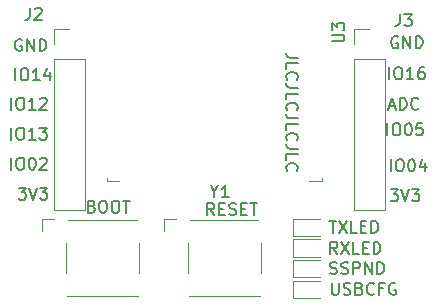
<source format=gbr>
%TF.GenerationSoftware,KiCad,Pcbnew,6.0.0*%
%TF.CreationDate,2022-01-15T12:52:59+01:00*%
%TF.ProjectId,ir_daughter_board,69725f64-6175-4676-9874-65725f626f61,rev?*%
%TF.SameCoordinates,Original*%
%TF.FileFunction,Legend,Top*%
%TF.FilePolarity,Positive*%
%FSLAX46Y46*%
G04 Gerber Fmt 4.6, Leading zero omitted, Abs format (unit mm)*
G04 Created by KiCad (PCBNEW 6.0.0) date 2022-01-15 12:52:59*
%MOMM*%
%LPD*%
G01*
G04 APERTURE LIST*
%ADD10C,0.150000*%
%ADD11C,0.100000*%
%ADD12C,0.120000*%
G04 APERTURE END LIST*
D10*
X126047619Y-92130952D02*
X125333333Y-92130952D01*
X125190476Y-92083333D01*
X125095238Y-91988095D01*
X125047619Y-91845238D01*
X125047619Y-91750000D01*
X125047619Y-93083333D02*
X125047619Y-92607142D01*
X126047619Y-92607142D01*
X125142857Y-93988095D02*
X125095238Y-93940476D01*
X125047619Y-93797619D01*
X125047619Y-93702380D01*
X125095238Y-93559523D01*
X125190476Y-93464285D01*
X125285714Y-93416666D01*
X125476190Y-93369047D01*
X125619047Y-93369047D01*
X125809523Y-93416666D01*
X125904761Y-93464285D01*
X126000000Y-93559523D01*
X126047619Y-93702380D01*
X126047619Y-93797619D01*
X126000000Y-93940476D01*
X125952380Y-93988095D01*
X126047619Y-94702380D02*
X125333333Y-94702380D01*
X125190476Y-94654761D01*
X125095238Y-94559523D01*
X125047619Y-94416666D01*
X125047619Y-94321428D01*
X125047619Y-95654761D02*
X125047619Y-95178571D01*
X126047619Y-95178571D01*
X125142857Y-96559523D02*
X125095238Y-96511904D01*
X125047619Y-96369047D01*
X125047619Y-96273809D01*
X125095238Y-96130952D01*
X125190476Y-96035714D01*
X125285714Y-95988095D01*
X125476190Y-95940476D01*
X125619047Y-95940476D01*
X125809523Y-95988095D01*
X125904761Y-96035714D01*
X126000000Y-96130952D01*
X126047619Y-96273809D01*
X126047619Y-96369047D01*
X126000000Y-96511904D01*
X125952380Y-96559523D01*
X126047619Y-97273809D02*
X125333333Y-97273809D01*
X125190476Y-97226190D01*
X125095238Y-97130952D01*
X125047619Y-96988095D01*
X125047619Y-96892857D01*
X125047619Y-98226190D02*
X125047619Y-97750000D01*
X126047619Y-97750000D01*
X125142857Y-99130952D02*
X125095238Y-99083333D01*
X125047619Y-98940476D01*
X125047619Y-98845238D01*
X125095238Y-98702380D01*
X125190476Y-98607142D01*
X125285714Y-98559523D01*
X125476190Y-98511904D01*
X125619047Y-98511904D01*
X125809523Y-98559523D01*
X125904761Y-98607142D01*
X126000000Y-98702380D01*
X126047619Y-98845238D01*
X126047619Y-98940476D01*
X126000000Y-99083333D01*
X125952380Y-99130952D01*
X126047619Y-99845238D02*
X125333333Y-99845238D01*
X125190476Y-99797619D01*
X125095238Y-99702380D01*
X125047619Y-99559523D01*
X125047619Y-99464285D01*
X125047619Y-100797619D02*
X125047619Y-100321428D01*
X126047619Y-100321428D01*
X125142857Y-101702380D02*
X125095238Y-101654761D01*
X125047619Y-101511904D01*
X125047619Y-101416666D01*
X125095238Y-101273809D01*
X125190476Y-101178571D01*
X125285714Y-101130952D01*
X125476190Y-101083333D01*
X125619047Y-101083333D01*
X125809523Y-101130952D01*
X125904761Y-101178571D01*
X126000000Y-101273809D01*
X126047619Y-101416666D01*
X126047619Y-101511904D01*
X126000000Y-101654761D01*
X125952380Y-101702380D01*
%TO.C,U3*%
X128952380Y-90761904D02*
X129761904Y-90761904D01*
X129857142Y-90714285D01*
X129904761Y-90666666D01*
X129952380Y-90571428D01*
X129952380Y-90380952D01*
X129904761Y-90285714D01*
X129857142Y-90238095D01*
X129761904Y-90190476D01*
X128952380Y-90190476D01*
X128952380Y-89809523D02*
X128952380Y-89190476D01*
X129333333Y-89523809D01*
X129333333Y-89380952D01*
X129380952Y-89285714D01*
X129428571Y-89238095D01*
X129523809Y-89190476D01*
X129761904Y-89190476D01*
X129857142Y-89238095D01*
X129904761Y-89285714D01*
X129952380Y-89380952D01*
X129952380Y-89666666D01*
X129904761Y-89761904D01*
X129857142Y-89809523D01*
%TO.C,SW1*%
X108592857Y-104728571D02*
X108735714Y-104776190D01*
X108783333Y-104823809D01*
X108830952Y-104919047D01*
X108830952Y-105061904D01*
X108783333Y-105157142D01*
X108735714Y-105204761D01*
X108640476Y-105252380D01*
X108259523Y-105252380D01*
X108259523Y-104252380D01*
X108592857Y-104252380D01*
X108688095Y-104300000D01*
X108735714Y-104347619D01*
X108783333Y-104442857D01*
X108783333Y-104538095D01*
X108735714Y-104633333D01*
X108688095Y-104680952D01*
X108592857Y-104728571D01*
X108259523Y-104728571D01*
X109450000Y-104252380D02*
X109640476Y-104252380D01*
X109735714Y-104300000D01*
X109830952Y-104395238D01*
X109878571Y-104585714D01*
X109878571Y-104919047D01*
X109830952Y-105109523D01*
X109735714Y-105204761D01*
X109640476Y-105252380D01*
X109450000Y-105252380D01*
X109354761Y-105204761D01*
X109259523Y-105109523D01*
X109211904Y-104919047D01*
X109211904Y-104585714D01*
X109259523Y-104395238D01*
X109354761Y-104300000D01*
X109450000Y-104252380D01*
X110497619Y-104252380D02*
X110688095Y-104252380D01*
X110783333Y-104300000D01*
X110878571Y-104395238D01*
X110926190Y-104585714D01*
X110926190Y-104919047D01*
X110878571Y-105109523D01*
X110783333Y-105204761D01*
X110688095Y-105252380D01*
X110497619Y-105252380D01*
X110402380Y-105204761D01*
X110307142Y-105109523D01*
X110259523Y-104919047D01*
X110259523Y-104585714D01*
X110307142Y-104395238D01*
X110402380Y-104300000D01*
X110497619Y-104252380D01*
X111211904Y-104252380D02*
X111783333Y-104252380D01*
X111497619Y-105252380D02*
X111497619Y-104252380D01*
%TO.C,D4*%
X128909523Y-111202380D02*
X128909523Y-112011904D01*
X128957142Y-112107142D01*
X129004761Y-112154761D01*
X129100000Y-112202380D01*
X129290476Y-112202380D01*
X129385714Y-112154761D01*
X129433333Y-112107142D01*
X129480952Y-112011904D01*
X129480952Y-111202380D01*
X129909523Y-112154761D02*
X130052380Y-112202380D01*
X130290476Y-112202380D01*
X130385714Y-112154761D01*
X130433333Y-112107142D01*
X130480952Y-112011904D01*
X130480952Y-111916666D01*
X130433333Y-111821428D01*
X130385714Y-111773809D01*
X130290476Y-111726190D01*
X130100000Y-111678571D01*
X130004761Y-111630952D01*
X129957142Y-111583333D01*
X129909523Y-111488095D01*
X129909523Y-111392857D01*
X129957142Y-111297619D01*
X130004761Y-111250000D01*
X130100000Y-111202380D01*
X130338095Y-111202380D01*
X130480952Y-111250000D01*
X131242857Y-111678571D02*
X131385714Y-111726190D01*
X131433333Y-111773809D01*
X131480952Y-111869047D01*
X131480952Y-112011904D01*
X131433333Y-112107142D01*
X131385714Y-112154761D01*
X131290476Y-112202380D01*
X130909523Y-112202380D01*
X130909523Y-111202380D01*
X131242857Y-111202380D01*
X131338095Y-111250000D01*
X131385714Y-111297619D01*
X131433333Y-111392857D01*
X131433333Y-111488095D01*
X131385714Y-111583333D01*
X131338095Y-111630952D01*
X131242857Y-111678571D01*
X130909523Y-111678571D01*
X132480952Y-112107142D02*
X132433333Y-112154761D01*
X132290476Y-112202380D01*
X132195238Y-112202380D01*
X132052380Y-112154761D01*
X131957142Y-112059523D01*
X131909523Y-111964285D01*
X131861904Y-111773809D01*
X131861904Y-111630952D01*
X131909523Y-111440476D01*
X131957142Y-111345238D01*
X132052380Y-111250000D01*
X132195238Y-111202380D01*
X132290476Y-111202380D01*
X132433333Y-111250000D01*
X132480952Y-111297619D01*
X133242857Y-111678571D02*
X132909523Y-111678571D01*
X132909523Y-112202380D02*
X132909523Y-111202380D01*
X133385714Y-111202380D01*
X134290476Y-111250000D02*
X134195238Y-111202380D01*
X134052380Y-111202380D01*
X133909523Y-111250000D01*
X133814285Y-111345238D01*
X133766666Y-111440476D01*
X133719047Y-111630952D01*
X133719047Y-111773809D01*
X133766666Y-111964285D01*
X133814285Y-112059523D01*
X133909523Y-112154761D01*
X134052380Y-112202380D01*
X134147619Y-112202380D01*
X134290476Y-112154761D01*
X134338095Y-112107142D01*
X134338095Y-111773809D01*
X134147619Y-111773809D01*
%TO.C,J3*%
X134666666Y-88452380D02*
X134666666Y-89166666D01*
X134619047Y-89309523D01*
X134523809Y-89404761D01*
X134380952Y-89452380D01*
X134285714Y-89452380D01*
X135047619Y-88452380D02*
X135666666Y-88452380D01*
X135333333Y-88833333D01*
X135476190Y-88833333D01*
X135571428Y-88880952D01*
X135619047Y-88928571D01*
X135666666Y-89023809D01*
X135666666Y-89261904D01*
X135619047Y-89357142D01*
X135571428Y-89404761D01*
X135476190Y-89452380D01*
X135190476Y-89452380D01*
X135095238Y-89404761D01*
X135047619Y-89357142D01*
X133905809Y-101739380D02*
X133905809Y-100739380D01*
X134572476Y-100739380D02*
X134762952Y-100739380D01*
X134858190Y-100787000D01*
X134953428Y-100882238D01*
X135001047Y-101072714D01*
X135001047Y-101406047D01*
X134953428Y-101596523D01*
X134858190Y-101691761D01*
X134762952Y-101739380D01*
X134572476Y-101739380D01*
X134477238Y-101691761D01*
X134382000Y-101596523D01*
X134334380Y-101406047D01*
X134334380Y-101072714D01*
X134382000Y-100882238D01*
X134477238Y-100787000D01*
X134572476Y-100739380D01*
X135620095Y-100739380D02*
X135715333Y-100739380D01*
X135810571Y-100787000D01*
X135858190Y-100834619D01*
X135905809Y-100929857D01*
X135953428Y-101120333D01*
X135953428Y-101358428D01*
X135905809Y-101548904D01*
X135858190Y-101644142D01*
X135810571Y-101691761D01*
X135715333Y-101739380D01*
X135620095Y-101739380D01*
X135524857Y-101691761D01*
X135477238Y-101644142D01*
X135429619Y-101548904D01*
X135382000Y-101358428D01*
X135382000Y-101120333D01*
X135429619Y-100929857D01*
X135477238Y-100834619D01*
X135524857Y-100787000D01*
X135620095Y-100739380D01*
X136810571Y-101072714D02*
X136810571Y-101739380D01*
X136572476Y-100691761D02*
X136334380Y-101406047D01*
X136953428Y-101406047D01*
X133761904Y-96246666D02*
X134238095Y-96246666D01*
X133666666Y-96532380D02*
X134000000Y-95532380D01*
X134333333Y-96532380D01*
X134666666Y-96532380D02*
X134666666Y-95532380D01*
X134904761Y-95532380D01*
X135047619Y-95580000D01*
X135142857Y-95675238D01*
X135190476Y-95770476D01*
X135238095Y-95960952D01*
X135238095Y-96103809D01*
X135190476Y-96294285D01*
X135142857Y-96389523D01*
X135047619Y-96484761D01*
X134904761Y-96532380D01*
X134666666Y-96532380D01*
X136238095Y-96437142D02*
X136190476Y-96484761D01*
X136047619Y-96532380D01*
X135952380Y-96532380D01*
X135809523Y-96484761D01*
X135714285Y-96389523D01*
X135666666Y-96294285D01*
X135619047Y-96103809D01*
X135619047Y-95960952D01*
X135666666Y-95770476D01*
X135714285Y-95675238D01*
X135809523Y-95580000D01*
X135952380Y-95532380D01*
X136047619Y-95532380D01*
X136190476Y-95580000D01*
X136238095Y-95627619D01*
X134493095Y-90373000D02*
X134397857Y-90325380D01*
X134255000Y-90325380D01*
X134112142Y-90373000D01*
X134016904Y-90468238D01*
X133969285Y-90563476D01*
X133921666Y-90753952D01*
X133921666Y-90896809D01*
X133969285Y-91087285D01*
X134016904Y-91182523D01*
X134112142Y-91277761D01*
X134255000Y-91325380D01*
X134350238Y-91325380D01*
X134493095Y-91277761D01*
X134540714Y-91230142D01*
X134540714Y-90896809D01*
X134350238Y-90896809D01*
X134969285Y-91325380D02*
X134969285Y-90325380D01*
X135540714Y-91325380D01*
X135540714Y-90325380D01*
X136016904Y-91325380D02*
X136016904Y-90325380D01*
X136255000Y-90325380D01*
X136397857Y-90373000D01*
X136493095Y-90468238D01*
X136540714Y-90563476D01*
X136588333Y-90753952D01*
X136588333Y-90896809D01*
X136540714Y-91087285D01*
X136493095Y-91182523D01*
X136397857Y-91277761D01*
X136255000Y-91325380D01*
X136016904Y-91325380D01*
X133889904Y-103279380D02*
X134508952Y-103279380D01*
X134175619Y-103660333D01*
X134318476Y-103660333D01*
X134413714Y-103707952D01*
X134461333Y-103755571D01*
X134508952Y-103850809D01*
X134508952Y-104088904D01*
X134461333Y-104184142D01*
X134413714Y-104231761D01*
X134318476Y-104279380D01*
X134032761Y-104279380D01*
X133937523Y-104231761D01*
X133889904Y-104184142D01*
X134794666Y-103279380D02*
X135128000Y-104279380D01*
X135461333Y-103279380D01*
X135699428Y-103279380D02*
X136318476Y-103279380D01*
X135985142Y-103660333D01*
X136128000Y-103660333D01*
X136223238Y-103707952D01*
X136270857Y-103755571D01*
X136318476Y-103850809D01*
X136318476Y-104088904D01*
X136270857Y-104184142D01*
X136223238Y-104231761D01*
X136128000Y-104279380D01*
X135842285Y-104279380D01*
X135747047Y-104231761D01*
X135699428Y-104184142D01*
X133623809Y-98702380D02*
X133623809Y-97702380D01*
X134290476Y-97702380D02*
X134480952Y-97702380D01*
X134576190Y-97750000D01*
X134671428Y-97845238D01*
X134719047Y-98035714D01*
X134719047Y-98369047D01*
X134671428Y-98559523D01*
X134576190Y-98654761D01*
X134480952Y-98702380D01*
X134290476Y-98702380D01*
X134195238Y-98654761D01*
X134100000Y-98559523D01*
X134052380Y-98369047D01*
X134052380Y-98035714D01*
X134100000Y-97845238D01*
X134195238Y-97750000D01*
X134290476Y-97702380D01*
X135338095Y-97702380D02*
X135433333Y-97702380D01*
X135528571Y-97750000D01*
X135576190Y-97797619D01*
X135623809Y-97892857D01*
X135671428Y-98083333D01*
X135671428Y-98321428D01*
X135623809Y-98511904D01*
X135576190Y-98607142D01*
X135528571Y-98654761D01*
X135433333Y-98702380D01*
X135338095Y-98702380D01*
X135242857Y-98654761D01*
X135195238Y-98607142D01*
X135147619Y-98511904D01*
X135100000Y-98321428D01*
X135100000Y-98083333D01*
X135147619Y-97892857D01*
X135195238Y-97797619D01*
X135242857Y-97750000D01*
X135338095Y-97702380D01*
X136576190Y-97702380D02*
X136100000Y-97702380D01*
X136052380Y-98178571D01*
X136100000Y-98130952D01*
X136195238Y-98083333D01*
X136433333Y-98083333D01*
X136528571Y-98130952D01*
X136576190Y-98178571D01*
X136623809Y-98273809D01*
X136623809Y-98511904D01*
X136576190Y-98607142D01*
X136528571Y-98654761D01*
X136433333Y-98702380D01*
X136195238Y-98702380D01*
X136100000Y-98654761D01*
X136052380Y-98607142D01*
X133773809Y-93952380D02*
X133773809Y-92952380D01*
X134440476Y-92952380D02*
X134630952Y-92952380D01*
X134726190Y-93000000D01*
X134821428Y-93095238D01*
X134869047Y-93285714D01*
X134869047Y-93619047D01*
X134821428Y-93809523D01*
X134726190Y-93904761D01*
X134630952Y-93952380D01*
X134440476Y-93952380D01*
X134345238Y-93904761D01*
X134250000Y-93809523D01*
X134202380Y-93619047D01*
X134202380Y-93285714D01*
X134250000Y-93095238D01*
X134345238Y-93000000D01*
X134440476Y-92952380D01*
X135821428Y-93952380D02*
X135250000Y-93952380D01*
X135535714Y-93952380D02*
X135535714Y-92952380D01*
X135440476Y-93095238D01*
X135345238Y-93190476D01*
X135250000Y-93238095D01*
X136678571Y-92952380D02*
X136488095Y-92952380D01*
X136392857Y-93000000D01*
X136345238Y-93047619D01*
X136250000Y-93190476D01*
X136202380Y-93380952D01*
X136202380Y-93761904D01*
X136250000Y-93857142D01*
X136297619Y-93904761D01*
X136392857Y-93952380D01*
X136583333Y-93952380D01*
X136678571Y-93904761D01*
X136726190Y-93857142D01*
X136773809Y-93761904D01*
X136773809Y-93523809D01*
X136726190Y-93428571D01*
X136678571Y-93380952D01*
X136583333Y-93333333D01*
X136392857Y-93333333D01*
X136297619Y-93380952D01*
X136250000Y-93428571D01*
X136202380Y-93523809D01*
%TO.C,SW2*%
X118947619Y-105452380D02*
X118614285Y-104976190D01*
X118376190Y-105452380D02*
X118376190Y-104452380D01*
X118757142Y-104452380D01*
X118852380Y-104500000D01*
X118900000Y-104547619D01*
X118947619Y-104642857D01*
X118947619Y-104785714D01*
X118900000Y-104880952D01*
X118852380Y-104928571D01*
X118757142Y-104976190D01*
X118376190Y-104976190D01*
X119376190Y-104928571D02*
X119709523Y-104928571D01*
X119852380Y-105452380D02*
X119376190Y-105452380D01*
X119376190Y-104452380D01*
X119852380Y-104452380D01*
X120233333Y-105404761D02*
X120376190Y-105452380D01*
X120614285Y-105452380D01*
X120709523Y-105404761D01*
X120757142Y-105357142D01*
X120804761Y-105261904D01*
X120804761Y-105166666D01*
X120757142Y-105071428D01*
X120709523Y-105023809D01*
X120614285Y-104976190D01*
X120423809Y-104928571D01*
X120328571Y-104880952D01*
X120280952Y-104833333D01*
X120233333Y-104738095D01*
X120233333Y-104642857D01*
X120280952Y-104547619D01*
X120328571Y-104500000D01*
X120423809Y-104452380D01*
X120661904Y-104452380D01*
X120804761Y-104500000D01*
X121233333Y-104928571D02*
X121566666Y-104928571D01*
X121709523Y-105452380D02*
X121233333Y-105452380D01*
X121233333Y-104452380D01*
X121709523Y-104452380D01*
X121995238Y-104452380D02*
X122566666Y-104452380D01*
X122280952Y-105452380D02*
X122280952Y-104452380D01*
%TO.C,D2*%
X128693452Y-105952380D02*
X129264880Y-105952380D01*
X128979166Y-106952380D02*
X128979166Y-105952380D01*
X129502976Y-105952380D02*
X130169642Y-106952380D01*
X130169642Y-105952380D02*
X129502976Y-106952380D01*
X131026785Y-106952380D02*
X130550595Y-106952380D01*
X130550595Y-105952380D01*
X131360119Y-106428571D02*
X131693452Y-106428571D01*
X131836309Y-106952380D02*
X131360119Y-106952380D01*
X131360119Y-105952380D01*
X131836309Y-105952380D01*
X132264880Y-106952380D02*
X132264880Y-105952380D01*
X132502976Y-105952380D01*
X132645833Y-106000000D01*
X132741071Y-106095238D01*
X132788690Y-106190476D01*
X132836309Y-106380952D01*
X132836309Y-106523809D01*
X132788690Y-106714285D01*
X132741071Y-106809523D01*
X132645833Y-106904761D01*
X132502976Y-106952380D01*
X132264880Y-106952380D01*
%TO.C,J2*%
X103346666Y-87912380D02*
X103346666Y-88626666D01*
X103299047Y-88769523D01*
X103203809Y-88864761D01*
X103060952Y-88912380D01*
X102965714Y-88912380D01*
X103775238Y-88007619D02*
X103822857Y-87960000D01*
X103918095Y-87912380D01*
X104156190Y-87912380D01*
X104251428Y-87960000D01*
X104299047Y-88007619D01*
X104346666Y-88102857D01*
X104346666Y-88198095D01*
X104299047Y-88340952D01*
X103727619Y-88912380D01*
X104346666Y-88912380D01*
X102393904Y-103152380D02*
X103012952Y-103152380D01*
X102679619Y-103533333D01*
X102822476Y-103533333D01*
X102917714Y-103580952D01*
X102965333Y-103628571D01*
X103012952Y-103723809D01*
X103012952Y-103961904D01*
X102965333Y-104057142D01*
X102917714Y-104104761D01*
X102822476Y-104152380D01*
X102536761Y-104152380D01*
X102441523Y-104104761D01*
X102393904Y-104057142D01*
X103298666Y-103152380D02*
X103632000Y-104152380D01*
X103965333Y-103152380D01*
X104203428Y-103152380D02*
X104822476Y-103152380D01*
X104489142Y-103533333D01*
X104632000Y-103533333D01*
X104727238Y-103580952D01*
X104774857Y-103628571D01*
X104822476Y-103723809D01*
X104822476Y-103961904D01*
X104774857Y-104057142D01*
X104727238Y-104104761D01*
X104632000Y-104152380D01*
X104346285Y-104152380D01*
X104251047Y-104104761D01*
X104203428Y-104057142D01*
X101774809Y-96532380D02*
X101774809Y-95532380D01*
X102441476Y-95532380D02*
X102631952Y-95532380D01*
X102727190Y-95580000D01*
X102822428Y-95675238D01*
X102870047Y-95865714D01*
X102870047Y-96199047D01*
X102822428Y-96389523D01*
X102727190Y-96484761D01*
X102631952Y-96532380D01*
X102441476Y-96532380D01*
X102346238Y-96484761D01*
X102251000Y-96389523D01*
X102203380Y-96199047D01*
X102203380Y-95865714D01*
X102251000Y-95675238D01*
X102346238Y-95580000D01*
X102441476Y-95532380D01*
X103822428Y-96532380D02*
X103251000Y-96532380D01*
X103536714Y-96532380D02*
X103536714Y-95532380D01*
X103441476Y-95675238D01*
X103346238Y-95770476D01*
X103251000Y-95818095D01*
X104203380Y-95627619D02*
X104251000Y-95580000D01*
X104346238Y-95532380D01*
X104584333Y-95532380D01*
X104679571Y-95580000D01*
X104727190Y-95627619D01*
X104774809Y-95722857D01*
X104774809Y-95818095D01*
X104727190Y-95960952D01*
X104155761Y-96532380D01*
X104774809Y-96532380D01*
X102123809Y-94052380D02*
X102123809Y-93052380D01*
X102790476Y-93052380D02*
X102980952Y-93052380D01*
X103076190Y-93100000D01*
X103171428Y-93195238D01*
X103219047Y-93385714D01*
X103219047Y-93719047D01*
X103171428Y-93909523D01*
X103076190Y-94004761D01*
X102980952Y-94052380D01*
X102790476Y-94052380D01*
X102695238Y-94004761D01*
X102600000Y-93909523D01*
X102552380Y-93719047D01*
X102552380Y-93385714D01*
X102600000Y-93195238D01*
X102695238Y-93100000D01*
X102790476Y-93052380D01*
X104171428Y-94052380D02*
X103600000Y-94052380D01*
X103885714Y-94052380D02*
X103885714Y-93052380D01*
X103790476Y-93195238D01*
X103695238Y-93290476D01*
X103600000Y-93338095D01*
X105028571Y-93385714D02*
X105028571Y-94052380D01*
X104790476Y-93004761D02*
X104552380Y-93719047D01*
X105171428Y-93719047D01*
X102638095Y-90600000D02*
X102542857Y-90552380D01*
X102400000Y-90552380D01*
X102257142Y-90600000D01*
X102161904Y-90695238D01*
X102114285Y-90790476D01*
X102066666Y-90980952D01*
X102066666Y-91123809D01*
X102114285Y-91314285D01*
X102161904Y-91409523D01*
X102257142Y-91504761D01*
X102400000Y-91552380D01*
X102495238Y-91552380D01*
X102638095Y-91504761D01*
X102685714Y-91457142D01*
X102685714Y-91123809D01*
X102495238Y-91123809D01*
X103114285Y-91552380D02*
X103114285Y-90552380D01*
X103685714Y-91552380D01*
X103685714Y-90552380D01*
X104161904Y-91552380D02*
X104161904Y-90552380D01*
X104400000Y-90552380D01*
X104542857Y-90600000D01*
X104638095Y-90695238D01*
X104685714Y-90790476D01*
X104733333Y-90980952D01*
X104733333Y-91123809D01*
X104685714Y-91314285D01*
X104638095Y-91409523D01*
X104542857Y-91504761D01*
X104400000Y-91552380D01*
X104161904Y-91552380D01*
X101774809Y-99072380D02*
X101774809Y-98072380D01*
X102441476Y-98072380D02*
X102631952Y-98072380D01*
X102727190Y-98120000D01*
X102822428Y-98215238D01*
X102870047Y-98405714D01*
X102870047Y-98739047D01*
X102822428Y-98929523D01*
X102727190Y-99024761D01*
X102631952Y-99072380D01*
X102441476Y-99072380D01*
X102346238Y-99024761D01*
X102251000Y-98929523D01*
X102203380Y-98739047D01*
X102203380Y-98405714D01*
X102251000Y-98215238D01*
X102346238Y-98120000D01*
X102441476Y-98072380D01*
X103822428Y-99072380D02*
X103251000Y-99072380D01*
X103536714Y-99072380D02*
X103536714Y-98072380D01*
X103441476Y-98215238D01*
X103346238Y-98310476D01*
X103251000Y-98358095D01*
X104155761Y-98072380D02*
X104774809Y-98072380D01*
X104441476Y-98453333D01*
X104584333Y-98453333D01*
X104679571Y-98500952D01*
X104727190Y-98548571D01*
X104774809Y-98643809D01*
X104774809Y-98881904D01*
X104727190Y-98977142D01*
X104679571Y-99024761D01*
X104584333Y-99072380D01*
X104298619Y-99072380D01*
X104203380Y-99024761D01*
X104155761Y-98977142D01*
X101774809Y-101612380D02*
X101774809Y-100612380D01*
X102441476Y-100612380D02*
X102631952Y-100612380D01*
X102727190Y-100660000D01*
X102822428Y-100755238D01*
X102870047Y-100945714D01*
X102870047Y-101279047D01*
X102822428Y-101469523D01*
X102727190Y-101564761D01*
X102631952Y-101612380D01*
X102441476Y-101612380D01*
X102346238Y-101564761D01*
X102251000Y-101469523D01*
X102203380Y-101279047D01*
X102203380Y-100945714D01*
X102251000Y-100755238D01*
X102346238Y-100660000D01*
X102441476Y-100612380D01*
X103489095Y-100612380D02*
X103584333Y-100612380D01*
X103679571Y-100660000D01*
X103727190Y-100707619D01*
X103774809Y-100802857D01*
X103822428Y-100993333D01*
X103822428Y-101231428D01*
X103774809Y-101421904D01*
X103727190Y-101517142D01*
X103679571Y-101564761D01*
X103584333Y-101612380D01*
X103489095Y-101612380D01*
X103393857Y-101564761D01*
X103346238Y-101517142D01*
X103298619Y-101421904D01*
X103251000Y-101231428D01*
X103251000Y-100993333D01*
X103298619Y-100802857D01*
X103346238Y-100707619D01*
X103393857Y-100660000D01*
X103489095Y-100612380D01*
X104203380Y-100707619D02*
X104251000Y-100660000D01*
X104346238Y-100612380D01*
X104584333Y-100612380D01*
X104679571Y-100660000D01*
X104727190Y-100707619D01*
X104774809Y-100802857D01*
X104774809Y-100898095D01*
X104727190Y-101040952D01*
X104155761Y-101612380D01*
X104774809Y-101612380D01*
%TO.C,D5*%
X128776785Y-110404761D02*
X128919642Y-110452380D01*
X129157738Y-110452380D01*
X129252976Y-110404761D01*
X129300595Y-110357142D01*
X129348214Y-110261904D01*
X129348214Y-110166666D01*
X129300595Y-110071428D01*
X129252976Y-110023809D01*
X129157738Y-109976190D01*
X128967261Y-109928571D01*
X128872023Y-109880952D01*
X128824404Y-109833333D01*
X128776785Y-109738095D01*
X128776785Y-109642857D01*
X128824404Y-109547619D01*
X128872023Y-109500000D01*
X128967261Y-109452380D01*
X129205357Y-109452380D01*
X129348214Y-109500000D01*
X129729166Y-110404761D02*
X129872023Y-110452380D01*
X130110119Y-110452380D01*
X130205357Y-110404761D01*
X130252976Y-110357142D01*
X130300595Y-110261904D01*
X130300595Y-110166666D01*
X130252976Y-110071428D01*
X130205357Y-110023809D01*
X130110119Y-109976190D01*
X129919642Y-109928571D01*
X129824404Y-109880952D01*
X129776785Y-109833333D01*
X129729166Y-109738095D01*
X129729166Y-109642857D01*
X129776785Y-109547619D01*
X129824404Y-109500000D01*
X129919642Y-109452380D01*
X130157738Y-109452380D01*
X130300595Y-109500000D01*
X130729166Y-110452380D02*
X130729166Y-109452380D01*
X131110119Y-109452380D01*
X131205357Y-109500000D01*
X131252976Y-109547619D01*
X131300595Y-109642857D01*
X131300595Y-109785714D01*
X131252976Y-109880952D01*
X131205357Y-109928571D01*
X131110119Y-109976190D01*
X130729166Y-109976190D01*
X131729166Y-110452380D02*
X131729166Y-109452380D01*
X132300595Y-110452380D01*
X132300595Y-109452380D01*
X132776785Y-110452380D02*
X132776785Y-109452380D01*
X133014880Y-109452380D01*
X133157738Y-109500000D01*
X133252976Y-109595238D01*
X133300595Y-109690476D01*
X133348214Y-109880952D01*
X133348214Y-110023809D01*
X133300595Y-110214285D01*
X133252976Y-110309523D01*
X133157738Y-110404761D01*
X133014880Y-110452380D01*
X132776785Y-110452380D01*
%TO.C,D3*%
X129363690Y-108735880D02*
X129030357Y-108259690D01*
X128792261Y-108735880D02*
X128792261Y-107735880D01*
X129173214Y-107735880D01*
X129268452Y-107783500D01*
X129316071Y-107831119D01*
X129363690Y-107926357D01*
X129363690Y-108069214D01*
X129316071Y-108164452D01*
X129268452Y-108212071D01*
X129173214Y-108259690D01*
X128792261Y-108259690D01*
X129697023Y-107735880D02*
X130363690Y-108735880D01*
X130363690Y-107735880D02*
X129697023Y-108735880D01*
X131220833Y-108735880D02*
X130744642Y-108735880D01*
X130744642Y-107735880D01*
X131554166Y-108212071D02*
X131887500Y-108212071D01*
X132030357Y-108735880D02*
X131554166Y-108735880D01*
X131554166Y-107735880D01*
X132030357Y-107735880D01*
X132458928Y-108735880D02*
X132458928Y-107735880D01*
X132697023Y-107735880D01*
X132839880Y-107783500D01*
X132935119Y-107878738D01*
X132982738Y-107973976D01*
X133030357Y-108164452D01*
X133030357Y-108307309D01*
X132982738Y-108497785D01*
X132935119Y-108593023D01*
X132839880Y-108688261D01*
X132697023Y-108735880D01*
X132458928Y-108735880D01*
%TO.C,Y1*%
X118973909Y-103476190D02*
X118973909Y-103952380D01*
X118640576Y-102952380D02*
X118973909Y-103476190D01*
X119307242Y-102952380D01*
X120164385Y-103952380D02*
X119592957Y-103952380D01*
X119878671Y-103952380D02*
X119878671Y-102952380D01*
X119783433Y-103095238D01*
X119688195Y-103190476D01*
X119592957Y-103238095D01*
D11*
%TO.C,U3*%
X109880000Y-102620000D02*
X110900000Y-102620000D01*
X128120000Y-102300000D02*
X128120000Y-102600000D01*
X127000000Y-102620000D02*
X128120000Y-102620000D01*
X109880000Y-102300000D02*
X109880000Y-102620000D01*
D12*
%TO.C,SW1*%
X106400000Y-107800000D02*
X106400000Y-110400000D01*
X104400000Y-105800000D02*
X105400000Y-105800000D01*
X112500000Y-112350000D02*
X106500000Y-112350000D01*
X104400000Y-106800000D02*
X104400000Y-105800000D01*
X112600000Y-107800000D02*
X112600000Y-110400000D01*
X112400000Y-105850000D02*
X106600000Y-105850000D01*
%TO.C,D4*%
X125615000Y-111015000D02*
X125615000Y-112485000D01*
X125615000Y-112485000D02*
X127900000Y-112485000D01*
X127900000Y-111015000D02*
X125615000Y-111015000D01*
%TO.C,J3*%
X133410000Y-92270000D02*
X133410000Y-105030000D01*
X130750000Y-92270000D02*
X130750000Y-105030000D01*
X130750000Y-105030000D02*
X133410000Y-105030000D01*
X130750000Y-91000000D02*
X130750000Y-89670000D01*
X130750000Y-89670000D02*
X132080000Y-89670000D01*
X130750000Y-92270000D02*
X133410000Y-92270000D01*
%TO.C,SW2*%
X122800000Y-112350000D02*
X116800000Y-112350000D01*
X116700000Y-107800000D02*
X116700000Y-110400000D01*
X122900000Y-107800000D02*
X122900000Y-110400000D01*
X122700000Y-105850000D02*
X116900000Y-105850000D01*
X114700000Y-106800000D02*
X114700000Y-105800000D01*
X114700000Y-105800000D02*
X115700000Y-105800000D01*
%TO.C,D2*%
X125615000Y-105765000D02*
X125615000Y-107235000D01*
X127900000Y-105765000D02*
X125615000Y-105765000D01*
X125615000Y-107235000D02*
X127900000Y-107235000D01*
%TO.C,J2*%
X108010000Y-92270000D02*
X108010000Y-105030000D01*
X105350000Y-92270000D02*
X105350000Y-105030000D01*
X105350000Y-92270000D02*
X108010000Y-92270000D01*
X105350000Y-91000000D02*
X105350000Y-89670000D01*
X105350000Y-89670000D02*
X106680000Y-89670000D01*
X105350000Y-105030000D02*
X108010000Y-105030000D01*
%TO.C,D5*%
X125615000Y-109265000D02*
X125615000Y-110735000D01*
X127900000Y-109265000D02*
X125615000Y-109265000D01*
X125615000Y-110735000D02*
X127900000Y-110735000D01*
%TO.C,D3*%
X125615000Y-107515000D02*
X125615000Y-108985000D01*
X127900000Y-107515000D02*
X125615000Y-107515000D01*
X125615000Y-108985000D02*
X127900000Y-108985000D01*
%TD*%
M02*

</source>
